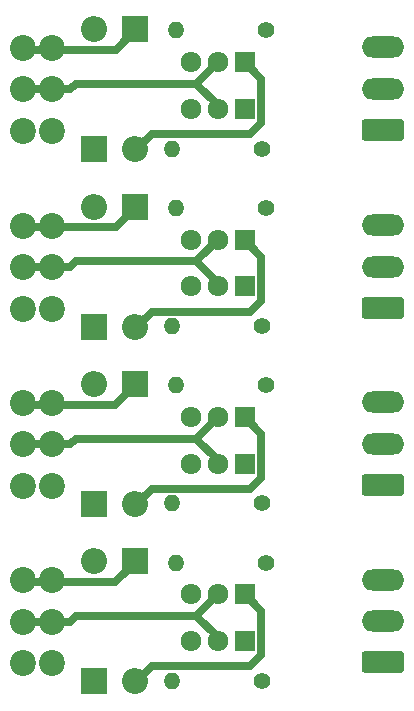
<source format=gbr>
%TF.GenerationSoftware,KiCad,Pcbnew,8.0.5*%
%TF.CreationDate,2025-06-13T11:53:07+02:00*%
%TF.ProjectId,wisselMotorExtension-THT,77697373-656c-44d6-9f74-6f7245787465,rev?*%
%TF.SameCoordinates,Original*%
%TF.FileFunction,Copper,L2,Bot*%
%TF.FilePolarity,Positive*%
%FSLAX46Y46*%
G04 Gerber Fmt 4.6, Leading zero omitted, Abs format (unit mm)*
G04 Created by KiCad (PCBNEW 8.0.5) date 2025-06-13 11:53:07*
%MOMM*%
%LPD*%
G01*
G04 APERTURE LIST*
G04 Aperture macros list*
%AMRoundRect*
0 Rectangle with rounded corners*
0 $1 Rounding radius*
0 $2 $3 $4 $5 $6 $7 $8 $9 X,Y pos of 4 corners*
0 Add a 4 corners polygon primitive as box body*
4,1,4,$2,$3,$4,$5,$6,$7,$8,$9,$2,$3,0*
0 Add four circle primitives for the rounded corners*
1,1,$1+$1,$2,$3*
1,1,$1+$1,$4,$5*
1,1,$1+$1,$6,$7*
1,1,$1+$1,$8,$9*
0 Add four rect primitives between the rounded corners*
20,1,$1+$1,$2,$3,$4,$5,0*
20,1,$1+$1,$4,$5,$6,$7,0*
20,1,$1+$1,$6,$7,$8,$9,0*
20,1,$1+$1,$8,$9,$2,$3,0*%
G04 Aperture macros list end*
%TA.AperFunction,ComponentPad*%
%ADD10R,1.710000X1.800000*%
%TD*%
%TA.AperFunction,ComponentPad*%
%ADD11O,1.710000X1.800000*%
%TD*%
%TA.AperFunction,ComponentPad*%
%ADD12RoundRect,0.250000X1.550000X-0.650000X1.550000X0.650000X-1.550000X0.650000X-1.550000X-0.650000X0*%
%TD*%
%TA.AperFunction,ComponentPad*%
%ADD13O,3.600000X1.800000*%
%TD*%
%TA.AperFunction,ComponentPad*%
%ADD14C,1.400000*%
%TD*%
%TA.AperFunction,ComponentPad*%
%ADD15O,1.400000X1.400000*%
%TD*%
%TA.AperFunction,ComponentPad*%
%ADD16R,2.200000X2.200000*%
%TD*%
%TA.AperFunction,ComponentPad*%
%ADD17O,2.200000X2.200000*%
%TD*%
%TA.AperFunction,ComponentPad*%
%ADD18C,2.200000*%
%TD*%
%TA.AperFunction,Conductor*%
%ADD19C,0.700000*%
%TD*%
G04 APERTURE END LIST*
D10*
%TO.P,Q502,1,E*%
%TO.N,/number 4/motA*%
X59775000Y-72755000D03*
D11*
%TO.P,Q502,2,C*%
%TO.N,/number 4/collector*%
X57495000Y-72755000D03*
%TO.P,Q502,3,B*%
%TO.N,/number 4/coilA*%
X55215000Y-72755000D03*
%TD*%
D12*
%TO.P,J502,1,Pin_1*%
%TO.N,/number 4/motB*%
X71500000Y-78500000D03*
D13*
%TO.P,J502,2,Pin_2*%
%TO.N,unconnected-(J502-Pin_2-Pad2)*%
X71500000Y-75000000D03*
%TO.P,J502,3,Pin_3*%
%TO.N,/number 4/motA*%
X71500000Y-71500000D03*
%TD*%
D14*
%TO.P,R502,1*%
%TO.N,/number 4/collector*%
X61620000Y-70055000D03*
D15*
%TO.P,R502,2*%
%TO.N,/number 4/coilA*%
X54000000Y-70055000D03*
%TD*%
D12*
%TO.P,J202,1,Pin_1*%
%TO.N,/number 1/motB*%
X71500000Y-33445000D03*
D13*
%TO.P,J202,2,Pin_2*%
%TO.N,unconnected-(J202-Pin_2-Pad2)*%
X71500000Y-29945000D03*
%TO.P,J202,3,Pin_3*%
%TO.N,/number 1/motA*%
X71500000Y-26445000D03*
%TD*%
D14*
%TO.P,R202,1*%
%TO.N,/number 1/collector*%
X61620000Y-25000000D03*
D15*
%TO.P,R202,2*%
%TO.N,/number 1/coilA*%
X54000000Y-25000000D03*
%TD*%
D10*
%TO.P,Q301,1,E*%
%TO.N,/number 2/motB*%
X59775000Y-46680000D03*
D11*
%TO.P,Q301,2,C*%
%TO.N,/number 2/collector*%
X57495000Y-46680000D03*
%TO.P,Q301,3,B*%
%TO.N,/number 2/coilB*%
X55215000Y-46680000D03*
%TD*%
D10*
%TO.P,Q401,1,E*%
%TO.N,/number 3/motB*%
X59775000Y-61680000D03*
D11*
%TO.P,Q401,2,C*%
%TO.N,/number 3/collector*%
X57495000Y-61680000D03*
%TO.P,Q401,3,B*%
%TO.N,/number 3/coilB*%
X55215000Y-61680000D03*
%TD*%
D14*
%TO.P,R302,1*%
%TO.N,/number 2/collector*%
X61620000Y-40055000D03*
D15*
%TO.P,R302,2*%
%TO.N,/number 2/coilA*%
X54000000Y-40055000D03*
%TD*%
D14*
%TO.P,R402,1*%
%TO.N,/number 3/collector*%
X61620000Y-55055000D03*
D15*
%TO.P,R402,2*%
%TO.N,/number 3/coilA*%
X54000000Y-55055000D03*
%TD*%
D10*
%TO.P,Q501,1,E*%
%TO.N,/number 4/motB*%
X59775000Y-76680000D03*
D11*
%TO.P,Q501,2,C*%
%TO.N,/number 4/collector*%
X57495000Y-76680000D03*
%TO.P,Q501,3,B*%
%TO.N,/number 4/coilB*%
X55215000Y-76680000D03*
%TD*%
D14*
%TO.P,R301,1*%
%TO.N,/number 2/collector*%
X61220000Y-50055000D03*
D15*
%TO.P,R301,2*%
%TO.N,/number 2/coilB*%
X53600000Y-50055000D03*
%TD*%
D10*
%TO.P,Q402,1,E*%
%TO.N,/number 3/motA*%
X59775000Y-57755000D03*
D11*
%TO.P,Q402,2,C*%
%TO.N,/number 3/collector*%
X57495000Y-57755000D03*
%TO.P,Q402,3,B*%
%TO.N,/number 3/coilA*%
X55215000Y-57755000D03*
%TD*%
D16*
%TO.P,D501,1,K*%
%TO.N,/number 4/coilB*%
X47010000Y-80090000D03*
D17*
%TO.P,D501,2,A*%
%TO.N,/number 4/motB*%
X47010000Y-69930000D03*
%TD*%
D14*
%TO.P,R201,1*%
%TO.N,/number 1/collector*%
X61220000Y-35000000D03*
D15*
%TO.P,R201,2*%
%TO.N,/number 1/coilB*%
X53600000Y-35000000D03*
%TD*%
D16*
%TO.P,D301,1,K*%
%TO.N,/number 2/coilB*%
X47000000Y-50080000D03*
D17*
%TO.P,D301,2,A*%
%TO.N,/number 2/motB*%
X47000000Y-39920000D03*
%TD*%
D12*
%TO.P,J402,1,Pin_1*%
%TO.N,/number 3/motB*%
X71500000Y-63500000D03*
D13*
%TO.P,J402,2,Pin_2*%
%TO.N,unconnected-(J402-Pin_2-Pad2)*%
X71500000Y-60000000D03*
%TO.P,J402,3,Pin_3*%
%TO.N,/number 3/motA*%
X71500000Y-56500000D03*
%TD*%
D18*
%TO.P,J201,1,Pin_1*%
%TO.N,/number 1/coilB*%
X43500000Y-33500000D03*
X41000000Y-33500000D03*
%TO.P,J201,2,Pin_2*%
%TO.N,/number 1/collector*%
X43500000Y-30000000D03*
X41000000Y-30000000D03*
%TO.P,J201,3,Pin_3*%
%TO.N,/number 1/coilA*%
X43500000Y-26500000D03*
X41000000Y-26500000D03*
%TD*%
D16*
%TO.P,D302,1,K*%
%TO.N,/number 2/coilA*%
X50500000Y-39930000D03*
D17*
%TO.P,D302,2,A*%
%TO.N,/number 2/motA*%
X50500000Y-50090000D03*
%TD*%
D16*
%TO.P,D201,1,K*%
%TO.N,/number 1/coilB*%
X47000000Y-35080000D03*
D17*
%TO.P,D201,2,A*%
%TO.N,/number 1/motB*%
X47000000Y-24920000D03*
%TD*%
D14*
%TO.P,R401,1*%
%TO.N,/number 3/collector*%
X61220000Y-65055000D03*
D15*
%TO.P,R401,2*%
%TO.N,/number 3/coilB*%
X53600000Y-65055000D03*
%TD*%
D18*
%TO.P,J301,1,Pin_1*%
%TO.N,/number 2/coilB*%
X43500000Y-48555000D03*
X41000000Y-48555000D03*
%TO.P,J301,2,Pin_2*%
%TO.N,/number 2/collector*%
X43500000Y-45055000D03*
X41000000Y-45055000D03*
%TO.P,J301,3,Pin_3*%
%TO.N,/number 2/coilA*%
X43500000Y-41555000D03*
X41000000Y-41555000D03*
%TD*%
%TO.P,J401,1,Pin_1*%
%TO.N,/number 3/coilB*%
X43500000Y-63555000D03*
X41000000Y-63555000D03*
%TO.P,J401,2,Pin_2*%
%TO.N,/number 3/collector*%
X43500000Y-60055000D03*
X41000000Y-60055000D03*
%TO.P,J401,3,Pin_3*%
%TO.N,/number 3/coilA*%
X43500000Y-56555000D03*
X41000000Y-56555000D03*
%TD*%
D14*
%TO.P,R501,1*%
%TO.N,/number 4/collector*%
X61220000Y-80055000D03*
D15*
%TO.P,R501,2*%
%TO.N,/number 4/coilB*%
X53600000Y-80055000D03*
%TD*%
D10*
%TO.P,Q201,1,E*%
%TO.N,/number 1/motB*%
X59775000Y-31625000D03*
D11*
%TO.P,Q201,2,C*%
%TO.N,/number 1/collector*%
X57495000Y-31625000D03*
%TO.P,Q201,3,B*%
%TO.N,/number 1/coilB*%
X55215000Y-31625000D03*
%TD*%
D12*
%TO.P,J302,1,Pin_1*%
%TO.N,/number 2/motB*%
X71500000Y-48500000D03*
D13*
%TO.P,J302,2,Pin_2*%
%TO.N,unconnected-(J302-Pin_2-Pad2)*%
X71500000Y-45000000D03*
%TO.P,J302,3,Pin_3*%
%TO.N,/number 2/motA*%
X71500000Y-41500000D03*
%TD*%
D10*
%TO.P,Q302,1,E*%
%TO.N,/number 2/motA*%
X59775000Y-42755000D03*
D11*
%TO.P,Q302,2,C*%
%TO.N,/number 2/collector*%
X57495000Y-42755000D03*
%TO.P,Q302,3,B*%
%TO.N,/number 2/coilA*%
X55215000Y-42755000D03*
%TD*%
D18*
%TO.P,J501,1,Pin_1*%
%TO.N,/number 4/coilB*%
X43500000Y-78555000D03*
X41000000Y-78555000D03*
%TO.P,J501,2,Pin_2*%
%TO.N,/number 4/collector*%
X43500000Y-75055000D03*
X41000000Y-75055000D03*
%TO.P,J501,3,Pin_3*%
%TO.N,/number 4/coilA*%
X43500000Y-71555000D03*
X41000000Y-71555000D03*
%TD*%
D16*
%TO.P,D402,1,K*%
%TO.N,/number 3/coilA*%
X50510000Y-54920000D03*
D17*
%TO.P,D402,2,A*%
%TO.N,/number 3/motA*%
X50510000Y-65080000D03*
%TD*%
D16*
%TO.P,D202,1,K*%
%TO.N,/number 1/coilA*%
X50510000Y-24920000D03*
D17*
%TO.P,D202,2,A*%
%TO.N,/number 1/motA*%
X50510000Y-35080000D03*
%TD*%
D16*
%TO.P,D502,1,K*%
%TO.N,/number 4/coilA*%
X50490000Y-69920000D03*
D17*
%TO.P,D502,2,A*%
%TO.N,/number 4/motA*%
X50490000Y-80080000D03*
%TD*%
D10*
%TO.P,Q202,1,E*%
%TO.N,/number 1/motA*%
X59775000Y-27700000D03*
D11*
%TO.P,Q202,2,C*%
%TO.N,/number 1/collector*%
X57495000Y-27700000D03*
%TO.P,Q202,3,B*%
%TO.N,/number 1/coilA*%
X55215000Y-27700000D03*
%TD*%
D16*
%TO.P,D401,1,K*%
%TO.N,/number 3/coilB*%
X47020000Y-65090000D03*
D17*
%TO.P,D401,2,A*%
%TO.N,/number 3/motB*%
X47020000Y-54930000D03*
%TD*%
D19*
%TO.N,/number 1/motA*%
X59775000Y-27700000D02*
X61180000Y-29105000D01*
X60250000Y-33750000D02*
X51910000Y-33750000D01*
X61180000Y-29105000D02*
X61180000Y-32820000D01*
X61180000Y-32820000D02*
X60250000Y-33750000D01*
X51910000Y-33750000D02*
X50500000Y-35160000D01*
%TO.N,/number 1/coilA*%
X41000000Y-26500000D02*
X41130000Y-26630000D01*
X41000000Y-26000000D02*
X41000000Y-26500000D01*
X48870000Y-26630000D02*
X50500000Y-25000000D01*
X41130000Y-26630000D02*
X48870000Y-26630000D01*
%TO.N,/number 2/coilA*%
X48895000Y-41660000D02*
X50500000Y-40055000D01*
X41105000Y-41660000D02*
X48895000Y-41660000D01*
X41000000Y-41055000D02*
X41000000Y-41555000D01*
X41000000Y-41555000D02*
X41105000Y-41660000D01*
%TO.N,/number 2/motA*%
X51910000Y-48805000D02*
X50500000Y-50215000D01*
X61180000Y-47875000D02*
X60250000Y-48805000D01*
X60250000Y-48805000D02*
X51910000Y-48805000D01*
X61180000Y-44160000D02*
X61180000Y-47875000D01*
X59775000Y-42755000D02*
X61180000Y-44160000D01*
%TO.N,/number 3/motA*%
X60250000Y-63805000D02*
X51910000Y-63805000D01*
X61180000Y-62875000D02*
X60250000Y-63805000D01*
X51910000Y-63805000D02*
X50500000Y-65215000D01*
X59775000Y-57755000D02*
X61180000Y-59160000D01*
X61180000Y-59160000D02*
X61180000Y-62875000D01*
%TO.N,/number 3/coilA*%
X41000000Y-56555000D02*
X41175000Y-56730000D01*
X48825000Y-56730000D02*
X50500000Y-55055000D01*
X41175000Y-56730000D02*
X48825000Y-56730000D01*
X41000000Y-56055000D02*
X41000000Y-56555000D01*
%TO.N,/number 4/motA*%
X59775000Y-72755000D02*
X61180000Y-74160000D01*
X51910000Y-78805000D02*
X50500000Y-80215000D01*
X61180000Y-74160000D02*
X61180000Y-77875000D01*
X61180000Y-77875000D02*
X60250000Y-78805000D01*
X60250000Y-78805000D02*
X51910000Y-78805000D01*
%TO.N,/number 4/coilA*%
X41175000Y-71730000D02*
X48825000Y-71730000D01*
X41000000Y-71555000D02*
X41175000Y-71730000D01*
X41000000Y-71055000D02*
X41000000Y-71555000D01*
X48825000Y-71730000D02*
X50500000Y-70055000D01*
%TO.N,/number 1/collector*%
X57495000Y-31300000D02*
X55695000Y-29500000D01*
X55695000Y-29500000D02*
X57495000Y-27700000D01*
X57495000Y-31625000D02*
X57495000Y-31300000D01*
X45000000Y-30000000D02*
X45500000Y-29500000D01*
X45500000Y-29500000D02*
X55695000Y-29500000D01*
X43500000Y-30000000D02*
X45000000Y-30000000D01*
X41000000Y-30000000D02*
X43500000Y-30000000D01*
%TO.N,/number 2/collector*%
X55695000Y-44555000D02*
X57495000Y-42755000D01*
X57495000Y-46680000D02*
X57495000Y-46355000D01*
X45000000Y-45055000D02*
X45500000Y-44555000D01*
X45500000Y-44555000D02*
X55695000Y-44555000D01*
X41000000Y-45055000D02*
X43500000Y-45055000D01*
X57495000Y-46355000D02*
X55695000Y-44555000D01*
X43500000Y-45055000D02*
X45000000Y-45055000D01*
%TO.N,/number 3/collector*%
X41000000Y-60055000D02*
X43500000Y-60055000D01*
X55695000Y-59555000D02*
X57495000Y-57755000D01*
X45000000Y-60055000D02*
X45500000Y-59555000D01*
X45500000Y-59555000D02*
X55695000Y-59555000D01*
X43500000Y-60055000D02*
X45000000Y-60055000D01*
X57495000Y-61355000D02*
X55695000Y-59555000D01*
X57495000Y-61680000D02*
X57495000Y-61355000D01*
%TO.N,/number 4/collector*%
X41000000Y-75055000D02*
X43500000Y-75055000D01*
X57495000Y-76680000D02*
X57495000Y-76355000D01*
X57495000Y-76355000D02*
X55695000Y-74555000D01*
X45500000Y-74555000D02*
X55695000Y-74555000D01*
X45000000Y-75055000D02*
X45500000Y-74555000D01*
X43500000Y-75055000D02*
X45000000Y-75055000D01*
X55695000Y-74555000D02*
X57495000Y-72755000D01*
%TD*%
M02*

</source>
